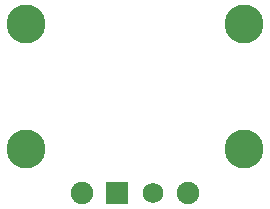
<source format=gbs>
G04 #@! TF.GenerationSoftware,KiCad,Pcbnew,(5.0.0)*
G04 #@! TF.CreationDate,2019-01-14T07:55:56+00:00*
G04 #@! TF.ProjectId,AS5600_I2C_v1,4153353630305F4932435F76312E6B69,rev?*
G04 #@! TF.SameCoordinates,Original*
G04 #@! TF.FileFunction,Soldermask,Bot*
G04 #@! TF.FilePolarity,Negative*
%FSLAX46Y46*%
G04 Gerber Fmt 4.6, Leading zero omitted, Abs format (unit mm)*
G04 Created by KiCad (PCBNEW (5.0.0)) date 01/14/19 07:55:56*
%MOMM*%
%LPD*%
G01*
G04 APERTURE LIST*
%ADD10C,3.300000*%
%ADD11O,1.900000X1.900000*%
%ADD12C,1.750000*%
%ADD13R,1.900000X1.900000*%
%ADD14C,1.900000*%
G04 APERTURE END LIST*
D10*
G04 #@! TO.C,2.5mm *
X177730000Y-70330000D03*
G04 #@! TD*
G04 #@! TO.C,2.5mm *
X159230000Y-70330000D03*
G04 #@! TD*
G04 #@! TO.C,2.5mm *
X159230000Y-80915000D03*
G04 #@! TD*
G04 #@! TO.C,2.5mm *
X177730000Y-80915000D03*
G04 #@! TD*
D11*
G04 #@! TO.C,J1*
X172980000Y-84622000D03*
D12*
X169980000Y-84622000D03*
D13*
X166980000Y-84622000D03*
D14*
X163980000Y-84622000D03*
G04 #@! TD*
M02*

</source>
